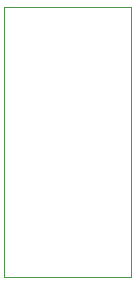
<source format=gbr>
%TF.GenerationSoftware,KiCad,Pcbnew,(5.1.8)-1*%
%TF.CreationDate,2023-01-11T23:32:02+03:00*%
%TF.ProjectId,LED8,4c454438-2e6b-4696-9361-645f70636258,rev?*%
%TF.SameCoordinates,Original*%
%TF.FileFunction,Profile,NP*%
%FSLAX46Y46*%
G04 Gerber Fmt 4.6, Leading zero omitted, Abs format (unit mm)*
G04 Created by KiCad (PCBNEW (5.1.8)-1) date 2023-01-11 23:32:02*
%MOMM*%
%LPD*%
G01*
G04 APERTURE LIST*
%TA.AperFunction,Profile*%
%ADD10C,0.050000*%
%TD*%
G04 APERTURE END LIST*
D10*
X63817500Y-44450000D02*
X63817500Y-21590000D01*
X74612500Y-44450000D02*
X63817500Y-44450000D01*
X74612500Y-21590000D02*
X74612500Y-44450000D01*
X63817500Y-21590000D02*
X74612500Y-21590000D01*
M02*

</source>
